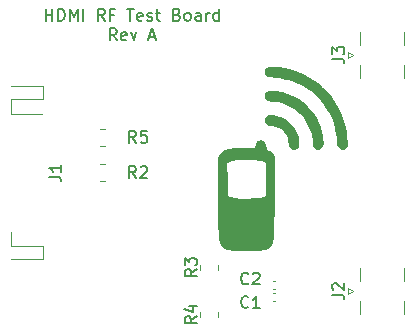
<source format=gbr>
%TF.GenerationSoftware,KiCad,Pcbnew,5.1.10-1.fc33*%
%TF.CreationDate,2021-08-29T16:43:16-05:00*%
%TF.ProjectId,serdes-rf-hdmi,73657264-6573-42d7-9266-2d68646d692e,A*%
%TF.SameCoordinates,Original*%
%TF.FileFunction,Legend,Top*%
%TF.FilePolarity,Positive*%
%FSLAX46Y46*%
G04 Gerber Fmt 4.6, Leading zero omitted, Abs format (unit mm)*
G04 Created by KiCad (PCBNEW 5.1.10-1.fc33) date 2021-08-29 16:43:16*
%MOMM*%
%LPD*%
G01*
G04 APERTURE LIST*
%ADD10C,0.150000*%
%ADD11C,0.010000*%
%ADD12C,0.120000*%
G04 APERTURE END LIST*
D10*
X121666666Y-72127380D02*
X121666666Y-71127380D01*
X121666666Y-71603571D02*
X122238095Y-71603571D01*
X122238095Y-72127380D02*
X122238095Y-71127380D01*
X122714285Y-72127380D02*
X122714285Y-71127380D01*
X122952380Y-71127380D01*
X123095238Y-71175000D01*
X123190476Y-71270238D01*
X123238095Y-71365476D01*
X123285714Y-71555952D01*
X123285714Y-71698809D01*
X123238095Y-71889285D01*
X123190476Y-71984523D01*
X123095238Y-72079761D01*
X122952380Y-72127380D01*
X122714285Y-72127380D01*
X123714285Y-72127380D02*
X123714285Y-71127380D01*
X124047619Y-71841666D01*
X124380952Y-71127380D01*
X124380952Y-72127380D01*
X124857142Y-72127380D02*
X124857142Y-71127380D01*
X126666666Y-72127380D02*
X126333333Y-71651190D01*
X126095238Y-72127380D02*
X126095238Y-71127380D01*
X126476190Y-71127380D01*
X126571428Y-71175000D01*
X126619047Y-71222619D01*
X126666666Y-71317857D01*
X126666666Y-71460714D01*
X126619047Y-71555952D01*
X126571428Y-71603571D01*
X126476190Y-71651190D01*
X126095238Y-71651190D01*
X127428571Y-71603571D02*
X127095238Y-71603571D01*
X127095238Y-72127380D02*
X127095238Y-71127380D01*
X127571428Y-71127380D01*
X128571428Y-71127380D02*
X129142857Y-71127380D01*
X128857142Y-72127380D02*
X128857142Y-71127380D01*
X129857142Y-72079761D02*
X129761904Y-72127380D01*
X129571428Y-72127380D01*
X129476190Y-72079761D01*
X129428571Y-71984523D01*
X129428571Y-71603571D01*
X129476190Y-71508333D01*
X129571428Y-71460714D01*
X129761904Y-71460714D01*
X129857142Y-71508333D01*
X129904761Y-71603571D01*
X129904761Y-71698809D01*
X129428571Y-71794047D01*
X130285714Y-72079761D02*
X130380952Y-72127380D01*
X130571428Y-72127380D01*
X130666666Y-72079761D01*
X130714285Y-71984523D01*
X130714285Y-71936904D01*
X130666666Y-71841666D01*
X130571428Y-71794047D01*
X130428571Y-71794047D01*
X130333333Y-71746428D01*
X130285714Y-71651190D01*
X130285714Y-71603571D01*
X130333333Y-71508333D01*
X130428571Y-71460714D01*
X130571428Y-71460714D01*
X130666666Y-71508333D01*
X131000000Y-71460714D02*
X131380952Y-71460714D01*
X131142857Y-71127380D02*
X131142857Y-71984523D01*
X131190476Y-72079761D01*
X131285714Y-72127380D01*
X131380952Y-72127380D01*
X132809523Y-71603571D02*
X132952380Y-71651190D01*
X133000000Y-71698809D01*
X133047619Y-71794047D01*
X133047619Y-71936904D01*
X133000000Y-72032142D01*
X132952380Y-72079761D01*
X132857142Y-72127380D01*
X132476190Y-72127380D01*
X132476190Y-71127380D01*
X132809523Y-71127380D01*
X132904761Y-71175000D01*
X132952380Y-71222619D01*
X133000000Y-71317857D01*
X133000000Y-71413095D01*
X132952380Y-71508333D01*
X132904761Y-71555952D01*
X132809523Y-71603571D01*
X132476190Y-71603571D01*
X133619047Y-72127380D02*
X133523809Y-72079761D01*
X133476190Y-72032142D01*
X133428571Y-71936904D01*
X133428571Y-71651190D01*
X133476190Y-71555952D01*
X133523809Y-71508333D01*
X133619047Y-71460714D01*
X133761904Y-71460714D01*
X133857142Y-71508333D01*
X133904761Y-71555952D01*
X133952380Y-71651190D01*
X133952380Y-71936904D01*
X133904761Y-72032142D01*
X133857142Y-72079761D01*
X133761904Y-72127380D01*
X133619047Y-72127380D01*
X134809523Y-72127380D02*
X134809523Y-71603571D01*
X134761904Y-71508333D01*
X134666666Y-71460714D01*
X134476190Y-71460714D01*
X134380952Y-71508333D01*
X134809523Y-72079761D02*
X134714285Y-72127380D01*
X134476190Y-72127380D01*
X134380952Y-72079761D01*
X134333333Y-71984523D01*
X134333333Y-71889285D01*
X134380952Y-71794047D01*
X134476190Y-71746428D01*
X134714285Y-71746428D01*
X134809523Y-71698809D01*
X135285714Y-72127380D02*
X135285714Y-71460714D01*
X135285714Y-71651190D02*
X135333333Y-71555952D01*
X135380952Y-71508333D01*
X135476190Y-71460714D01*
X135571428Y-71460714D01*
X136333333Y-72127380D02*
X136333333Y-71127380D01*
X136333333Y-72079761D02*
X136238095Y-72127380D01*
X136047619Y-72127380D01*
X135952380Y-72079761D01*
X135904761Y-72032142D01*
X135857142Y-71936904D01*
X135857142Y-71651190D01*
X135904761Y-71555952D01*
X135952380Y-71508333D01*
X136047619Y-71460714D01*
X136238095Y-71460714D01*
X136333333Y-71508333D01*
X127690476Y-73777380D02*
X127357142Y-73301190D01*
X127119047Y-73777380D02*
X127119047Y-72777380D01*
X127500000Y-72777380D01*
X127595238Y-72825000D01*
X127642857Y-72872619D01*
X127690476Y-72967857D01*
X127690476Y-73110714D01*
X127642857Y-73205952D01*
X127595238Y-73253571D01*
X127500000Y-73301190D01*
X127119047Y-73301190D01*
X128500000Y-73729761D02*
X128404761Y-73777380D01*
X128214285Y-73777380D01*
X128119047Y-73729761D01*
X128071428Y-73634523D01*
X128071428Y-73253571D01*
X128119047Y-73158333D01*
X128214285Y-73110714D01*
X128404761Y-73110714D01*
X128500000Y-73158333D01*
X128547619Y-73253571D01*
X128547619Y-73348809D01*
X128071428Y-73444047D01*
X128880952Y-73110714D02*
X129119047Y-73777380D01*
X129357142Y-73110714D01*
X130452380Y-73491666D02*
X130928571Y-73491666D01*
X130357142Y-73777380D02*
X130690476Y-72777380D01*
X131023809Y-73777380D01*
D11*
%TO.C,G1*%
G36*
X139979566Y-82287021D02*
G01*
X140072770Y-82328817D01*
X140141089Y-82390670D01*
X140151669Y-82406759D01*
X140170656Y-82449199D01*
X140197550Y-82522430D01*
X140228887Y-82616467D01*
X140261206Y-82721322D01*
X140263765Y-82730000D01*
X140299540Y-82848089D01*
X140330336Y-82933725D01*
X140362268Y-82995308D01*
X140401450Y-83041238D01*
X140453997Y-83079918D01*
X140526022Y-83119747D01*
X140560041Y-83137067D01*
X140726866Y-83239732D01*
X140859432Y-83361063D01*
X140955645Y-83498590D01*
X141013410Y-83649840D01*
X141019760Y-83679367D01*
X141024182Y-83726113D01*
X141027584Y-83812296D01*
X141030014Y-83935034D01*
X141031519Y-84091443D01*
X141032144Y-84278643D01*
X141031938Y-84493749D01*
X141030946Y-84733878D01*
X141029217Y-84996150D01*
X141026796Y-85277680D01*
X141023731Y-85575586D01*
X141020069Y-85886986D01*
X141015856Y-86208996D01*
X141011139Y-86538735D01*
X141005966Y-86873319D01*
X141000383Y-87209866D01*
X140994437Y-87545493D01*
X140988175Y-87877318D01*
X140981645Y-88202458D01*
X140974891Y-88518031D01*
X140967963Y-88821153D01*
X140960906Y-89108942D01*
X140953768Y-89378515D01*
X140946595Y-89626990D01*
X140939435Y-89851484D01*
X140932334Y-90049115D01*
X140925339Y-90217000D01*
X140918497Y-90352256D01*
X140911855Y-90452000D01*
X140909054Y-90483431D01*
X140877381Y-90715727D01*
X140830549Y-90911384D01*
X140765333Y-91073513D01*
X140678509Y-91205221D01*
X140566851Y-91309620D01*
X140427134Y-91389818D01*
X140256132Y-91448925D01*
X140050621Y-91490051D01*
X139840477Y-91513687D01*
X139759607Y-91518357D01*
X139642220Y-91522317D01*
X139494123Y-91525570D01*
X139321126Y-91528119D01*
X139129038Y-91529965D01*
X138923668Y-91531111D01*
X138710825Y-91531559D01*
X138496318Y-91531313D01*
X138285956Y-91530375D01*
X138085547Y-91528747D01*
X137900902Y-91526432D01*
X137737829Y-91523432D01*
X137602137Y-91519750D01*
X137499636Y-91515388D01*
X137458968Y-91512655D01*
X137214698Y-91481965D01*
X137006721Y-91432742D01*
X136832716Y-91363808D01*
X136690361Y-91273981D01*
X136577336Y-91162083D01*
X136491320Y-91026933D01*
X136487255Y-91018654D01*
X136447280Y-90917169D01*
X136408932Y-90785200D01*
X136375055Y-90634580D01*
X136348496Y-90477142D01*
X136339213Y-90402917D01*
X136333355Y-90328170D01*
X136327655Y-90214365D01*
X136322144Y-90064777D01*
X136316854Y-89882681D01*
X136311818Y-89671352D01*
X136307066Y-89434066D01*
X136302631Y-89174096D01*
X136298544Y-88894720D01*
X136294838Y-88599211D01*
X136291543Y-88290844D01*
X136288691Y-87972896D01*
X136286315Y-87648640D01*
X136284445Y-87321352D01*
X136283115Y-86994306D01*
X136282354Y-86670779D01*
X136282196Y-86354046D01*
X136282672Y-86047380D01*
X136283814Y-85754058D01*
X136285652Y-85477354D01*
X136288220Y-85220543D01*
X136288653Y-85185334D01*
X136301316Y-84179917D01*
X136987983Y-84179917D01*
X137002871Y-85502834D01*
X137006028Y-85775254D01*
X137008978Y-86008560D01*
X137011840Y-86205969D01*
X137014731Y-86370700D01*
X137017767Y-86505970D01*
X137021065Y-86614997D01*
X137024743Y-86701000D01*
X137028918Y-86767195D01*
X137033706Y-86816800D01*
X137039224Y-86853034D01*
X137045590Y-86879115D01*
X137052921Y-86898260D01*
X137053672Y-86899834D01*
X137109499Y-86969894D01*
X137204811Y-87030695D01*
X137340042Y-87082382D01*
X137515628Y-87125104D01*
X137732002Y-87159007D01*
X137862167Y-87173334D01*
X137960792Y-87180059D01*
X138092056Y-87184823D01*
X138249187Y-87187725D01*
X138425411Y-87188865D01*
X138613955Y-87188345D01*
X138808049Y-87186263D01*
X139000918Y-87182720D01*
X139185790Y-87177817D01*
X139355893Y-87171654D01*
X139504454Y-87164330D01*
X139624701Y-87155947D01*
X139709861Y-87146604D01*
X139714250Y-87145929D01*
X139815030Y-87129015D01*
X139909784Y-87111324D01*
X139984311Y-87095585D01*
X140010584Y-87089014D01*
X140102144Y-87055699D01*
X140187294Y-87011028D01*
X140254976Y-86961932D01*
X140294137Y-86915343D01*
X140296601Y-86909713D01*
X140301422Y-86876616D01*
X140306065Y-86806023D01*
X140310492Y-86702335D01*
X140314665Y-86569953D01*
X140318546Y-86413279D01*
X140322098Y-86236716D01*
X140325283Y-86044663D01*
X140328062Y-85841524D01*
X140330399Y-85631699D01*
X140332255Y-85419590D01*
X140333593Y-85209599D01*
X140334374Y-85006127D01*
X140334561Y-84813576D01*
X140334116Y-84636348D01*
X140333001Y-84478844D01*
X140331179Y-84345466D01*
X140328611Y-84240615D01*
X140325260Y-84168692D01*
X140321088Y-84134101D01*
X140320462Y-84132535D01*
X140279152Y-84086152D01*
X140208189Y-84036143D01*
X140119000Y-83989110D01*
X140023011Y-83951652D01*
X139991374Y-83942408D01*
X139844151Y-83911279D01*
X139661752Y-83885290D01*
X139451033Y-83864543D01*
X139218851Y-83849141D01*
X138972062Y-83839187D01*
X138717522Y-83834782D01*
X138462089Y-83836031D01*
X138212617Y-83843034D01*
X137975964Y-83855895D01*
X137758987Y-83874717D01*
X137568541Y-83899602D01*
X137532527Y-83905613D01*
X137371862Y-83942184D01*
X137232196Y-83991014D01*
X137120567Y-84049102D01*
X137044011Y-84113444D01*
X137043190Y-84114413D01*
X136987983Y-84179917D01*
X136301316Y-84179917D01*
X136307982Y-83650750D01*
X136359180Y-83544917D01*
X136442949Y-83414030D01*
X136561134Y-83290504D01*
X136705818Y-83181641D01*
X136825838Y-83114549D01*
X136938095Y-83065240D01*
X137057961Y-83023224D01*
X137189530Y-82987979D01*
X137336893Y-82958981D01*
X137504145Y-82935706D01*
X137695379Y-82917633D01*
X137914688Y-82904237D01*
X138166165Y-82894996D01*
X138453904Y-82889387D01*
X138599437Y-82887883D01*
X138775433Y-82886296D01*
X138937586Y-82884474D01*
X139081144Y-82882498D01*
X139201357Y-82880448D01*
X139293476Y-82878407D01*
X139352750Y-82876454D01*
X139374426Y-82874675D01*
X139383097Y-82852877D01*
X139401859Y-82799507D01*
X139427710Y-82723250D01*
X139450058Y-82655917D01*
X139490254Y-82538270D01*
X139523925Y-82453779D01*
X139555745Y-82394777D01*
X139590390Y-82353595D01*
X139632534Y-82322565D01*
X139663724Y-82305448D01*
X139763734Y-82272988D01*
X139872784Y-82267628D01*
X139979566Y-82287021D01*
G37*
X139979566Y-82287021D02*
X140072770Y-82328817D01*
X140141089Y-82390670D01*
X140151669Y-82406759D01*
X140170656Y-82449199D01*
X140197550Y-82522430D01*
X140228887Y-82616467D01*
X140261206Y-82721322D01*
X140263765Y-82730000D01*
X140299540Y-82848089D01*
X140330336Y-82933725D01*
X140362268Y-82995308D01*
X140401450Y-83041238D01*
X140453997Y-83079918D01*
X140526022Y-83119747D01*
X140560041Y-83137067D01*
X140726866Y-83239732D01*
X140859432Y-83361063D01*
X140955645Y-83498590D01*
X141013410Y-83649840D01*
X141019760Y-83679367D01*
X141024182Y-83726113D01*
X141027584Y-83812296D01*
X141030014Y-83935034D01*
X141031519Y-84091443D01*
X141032144Y-84278643D01*
X141031938Y-84493749D01*
X141030946Y-84733878D01*
X141029217Y-84996150D01*
X141026796Y-85277680D01*
X141023731Y-85575586D01*
X141020069Y-85886986D01*
X141015856Y-86208996D01*
X141011139Y-86538735D01*
X141005966Y-86873319D01*
X141000383Y-87209866D01*
X140994437Y-87545493D01*
X140988175Y-87877318D01*
X140981645Y-88202458D01*
X140974891Y-88518031D01*
X140967963Y-88821153D01*
X140960906Y-89108942D01*
X140953768Y-89378515D01*
X140946595Y-89626990D01*
X140939435Y-89851484D01*
X140932334Y-90049115D01*
X140925339Y-90217000D01*
X140918497Y-90352256D01*
X140911855Y-90452000D01*
X140909054Y-90483431D01*
X140877381Y-90715727D01*
X140830549Y-90911384D01*
X140765333Y-91073513D01*
X140678509Y-91205221D01*
X140566851Y-91309620D01*
X140427134Y-91389818D01*
X140256132Y-91448925D01*
X140050621Y-91490051D01*
X139840477Y-91513687D01*
X139759607Y-91518357D01*
X139642220Y-91522317D01*
X139494123Y-91525570D01*
X139321126Y-91528119D01*
X139129038Y-91529965D01*
X138923668Y-91531111D01*
X138710825Y-91531559D01*
X138496318Y-91531313D01*
X138285956Y-91530375D01*
X138085547Y-91528747D01*
X137900902Y-91526432D01*
X137737829Y-91523432D01*
X137602137Y-91519750D01*
X137499636Y-91515388D01*
X137458968Y-91512655D01*
X137214698Y-91481965D01*
X137006721Y-91432742D01*
X136832716Y-91363808D01*
X136690361Y-91273981D01*
X136577336Y-91162083D01*
X136491320Y-91026933D01*
X136487255Y-91018654D01*
X136447280Y-90917169D01*
X136408932Y-90785200D01*
X136375055Y-90634580D01*
X136348496Y-90477142D01*
X136339213Y-90402917D01*
X136333355Y-90328170D01*
X136327655Y-90214365D01*
X136322144Y-90064777D01*
X136316854Y-89882681D01*
X136311818Y-89671352D01*
X136307066Y-89434066D01*
X136302631Y-89174096D01*
X136298544Y-88894720D01*
X136294838Y-88599211D01*
X136291543Y-88290844D01*
X136288691Y-87972896D01*
X136286315Y-87648640D01*
X136284445Y-87321352D01*
X136283115Y-86994306D01*
X136282354Y-86670779D01*
X136282196Y-86354046D01*
X136282672Y-86047380D01*
X136283814Y-85754058D01*
X136285652Y-85477354D01*
X136288220Y-85220543D01*
X136288653Y-85185334D01*
X136301316Y-84179917D01*
X136987983Y-84179917D01*
X137002871Y-85502834D01*
X137006028Y-85775254D01*
X137008978Y-86008560D01*
X137011840Y-86205969D01*
X137014731Y-86370700D01*
X137017767Y-86505970D01*
X137021065Y-86614997D01*
X137024743Y-86701000D01*
X137028918Y-86767195D01*
X137033706Y-86816800D01*
X137039224Y-86853034D01*
X137045590Y-86879115D01*
X137052921Y-86898260D01*
X137053672Y-86899834D01*
X137109499Y-86969894D01*
X137204811Y-87030695D01*
X137340042Y-87082382D01*
X137515628Y-87125104D01*
X137732002Y-87159007D01*
X137862167Y-87173334D01*
X137960792Y-87180059D01*
X138092056Y-87184823D01*
X138249187Y-87187725D01*
X138425411Y-87188865D01*
X138613955Y-87188345D01*
X138808049Y-87186263D01*
X139000918Y-87182720D01*
X139185790Y-87177817D01*
X139355893Y-87171654D01*
X139504454Y-87164330D01*
X139624701Y-87155947D01*
X139709861Y-87146604D01*
X139714250Y-87145929D01*
X139815030Y-87129015D01*
X139909784Y-87111324D01*
X139984311Y-87095585D01*
X140010584Y-87089014D01*
X140102144Y-87055699D01*
X140187294Y-87011028D01*
X140254976Y-86961932D01*
X140294137Y-86915343D01*
X140296601Y-86909713D01*
X140301422Y-86876616D01*
X140306065Y-86806023D01*
X140310492Y-86702335D01*
X140314665Y-86569953D01*
X140318546Y-86413279D01*
X140322098Y-86236716D01*
X140325283Y-86044663D01*
X140328062Y-85841524D01*
X140330399Y-85631699D01*
X140332255Y-85419590D01*
X140333593Y-85209599D01*
X140334374Y-85006127D01*
X140334561Y-84813576D01*
X140334116Y-84636348D01*
X140333001Y-84478844D01*
X140331179Y-84345466D01*
X140328611Y-84240615D01*
X140325260Y-84168692D01*
X140321088Y-84134101D01*
X140320462Y-84132535D01*
X140279152Y-84086152D01*
X140208189Y-84036143D01*
X140119000Y-83989110D01*
X140023011Y-83951652D01*
X139991374Y-83942408D01*
X139844151Y-83911279D01*
X139661752Y-83885290D01*
X139451033Y-83864543D01*
X139218851Y-83849141D01*
X138972062Y-83839187D01*
X138717522Y-83834782D01*
X138462089Y-83836031D01*
X138212617Y-83843034D01*
X137975964Y-83855895D01*
X137758987Y-83874717D01*
X137568541Y-83899602D01*
X137532527Y-83905613D01*
X137371862Y-83942184D01*
X137232196Y-83991014D01*
X137120567Y-84049102D01*
X137044011Y-84113444D01*
X137043190Y-84114413D01*
X136987983Y-84179917D01*
X136301316Y-84179917D01*
X136307982Y-83650750D01*
X136359180Y-83544917D01*
X136442949Y-83414030D01*
X136561134Y-83290504D01*
X136705818Y-83181641D01*
X136825838Y-83114549D01*
X136938095Y-83065240D01*
X137057961Y-83023224D01*
X137189530Y-82987979D01*
X137336893Y-82958981D01*
X137504145Y-82935706D01*
X137695379Y-82917633D01*
X137914688Y-82904237D01*
X138166165Y-82894996D01*
X138453904Y-82889387D01*
X138599437Y-82887883D01*
X138775433Y-82886296D01*
X138937586Y-82884474D01*
X139081144Y-82882498D01*
X139201357Y-82880448D01*
X139293476Y-82878407D01*
X139352750Y-82876454D01*
X139374426Y-82874675D01*
X139383097Y-82852877D01*
X139401859Y-82799507D01*
X139427710Y-82723250D01*
X139450058Y-82655917D01*
X139490254Y-82538270D01*
X139523925Y-82453779D01*
X139555745Y-82394777D01*
X139590390Y-82353595D01*
X139632534Y-82322565D01*
X139663724Y-82305448D01*
X139763734Y-82272988D01*
X139872784Y-82267628D01*
X139979566Y-82287021D01*
G36*
X140794979Y-80126671D02*
G01*
X140836084Y-80129604D01*
X141152095Y-80174581D01*
X141455115Y-80259528D01*
X141743249Y-80383565D01*
X142014606Y-80545811D01*
X142267292Y-80745384D01*
X142371898Y-80844621D01*
X142587208Y-81088287D01*
X142764012Y-81349524D01*
X142902443Y-81628605D01*
X143002634Y-81925803D01*
X143064716Y-82241391D01*
X143070076Y-82284480D01*
X143083837Y-82460852D01*
X143079539Y-82602951D01*
X143056791Y-82714973D01*
X143022826Y-82789400D01*
X142945099Y-82877256D01*
X142842161Y-82939395D01*
X142725524Y-82971169D01*
X142606696Y-82967929D01*
X142589915Y-82964264D01*
X142490434Y-82930020D01*
X142412583Y-82878486D01*
X142353039Y-82804468D01*
X142308480Y-82702776D01*
X142275583Y-82568219D01*
X142256682Y-82443535D01*
X142239926Y-82329302D01*
X142219179Y-82216410D01*
X142197342Y-82119441D01*
X142181077Y-82063250D01*
X142075491Y-81819386D01*
X141937136Y-81600154D01*
X141769106Y-81408036D01*
X141574498Y-81245513D01*
X141356405Y-81115065D01*
X141117923Y-81019175D01*
X140862146Y-80960323D01*
X140794394Y-80951526D01*
X140700613Y-80940630D01*
X140615814Y-80929736D01*
X140553981Y-80920676D01*
X140539750Y-80918160D01*
X140428851Y-80877271D01*
X140340725Y-80806993D01*
X140277494Y-80714894D01*
X140241282Y-80608541D01*
X140234212Y-80495501D01*
X140258408Y-80383341D01*
X140315994Y-80279629D01*
X140349810Y-80241243D01*
X140413006Y-80186803D01*
X140480423Y-80150122D01*
X140560759Y-80129205D01*
X140662711Y-80122053D01*
X140794979Y-80126671D01*
G37*
X140794979Y-80126671D02*
X140836084Y-80129604D01*
X141152095Y-80174581D01*
X141455115Y-80259528D01*
X141743249Y-80383565D01*
X142014606Y-80545811D01*
X142267292Y-80745384D01*
X142371898Y-80844621D01*
X142587208Y-81088287D01*
X142764012Y-81349524D01*
X142902443Y-81628605D01*
X143002634Y-81925803D01*
X143064716Y-82241391D01*
X143070076Y-82284480D01*
X143083837Y-82460852D01*
X143079539Y-82602951D01*
X143056791Y-82714973D01*
X143022826Y-82789400D01*
X142945099Y-82877256D01*
X142842161Y-82939395D01*
X142725524Y-82971169D01*
X142606696Y-82967929D01*
X142589915Y-82964264D01*
X142490434Y-82930020D01*
X142412583Y-82878486D01*
X142353039Y-82804468D01*
X142308480Y-82702776D01*
X142275583Y-82568219D01*
X142256682Y-82443535D01*
X142239926Y-82329302D01*
X142219179Y-82216410D01*
X142197342Y-82119441D01*
X142181077Y-82063250D01*
X142075491Y-81819386D01*
X141937136Y-81600154D01*
X141769106Y-81408036D01*
X141574498Y-81245513D01*
X141356405Y-81115065D01*
X141117923Y-81019175D01*
X140862146Y-80960323D01*
X140794394Y-80951526D01*
X140700613Y-80940630D01*
X140615814Y-80929736D01*
X140553981Y-80920676D01*
X140539750Y-80918160D01*
X140428851Y-80877271D01*
X140340725Y-80806993D01*
X140277494Y-80714894D01*
X140241282Y-80608541D01*
X140234212Y-80495501D01*
X140258408Y-80383341D01*
X140315994Y-80279629D01*
X140349810Y-80241243D01*
X140413006Y-80186803D01*
X140480423Y-80150122D01*
X140560759Y-80129205D01*
X140662711Y-80122053D01*
X140794979Y-80126671D01*
G36*
X140875956Y-78076599D02*
G01*
X141052938Y-78088621D01*
X141242751Y-78110448D01*
X141439801Y-78141779D01*
X141638494Y-78182317D01*
X141725084Y-78203014D01*
X142143783Y-78329209D01*
X142543426Y-78492638D01*
X142922303Y-78691918D01*
X143278704Y-78925666D01*
X143610919Y-79192501D01*
X143917237Y-79491040D01*
X144195948Y-79819899D01*
X144445343Y-80177697D01*
X144663710Y-80563051D01*
X144677062Y-80589566D01*
X144811550Y-80893569D01*
X144925820Y-81223012D01*
X145017011Y-81566316D01*
X145082263Y-81911899D01*
X145118715Y-82248181D01*
X145125154Y-82403606D01*
X145126264Y-82516104D01*
X145124163Y-82596620D01*
X145117588Y-82655460D01*
X145105273Y-82702931D01*
X145085954Y-82749338D01*
X145081599Y-82758447D01*
X145014110Y-82852037D01*
X144918908Y-82922235D01*
X144806199Y-82964468D01*
X144686190Y-82974166D01*
X144622053Y-82964292D01*
X144518570Y-82919200D01*
X144426726Y-82842280D01*
X144380461Y-82781236D01*
X144360926Y-82742853D01*
X144345279Y-82693692D01*
X144332078Y-82626140D01*
X144319882Y-82532586D01*
X144307249Y-82405415D01*
X144305386Y-82384740D01*
X144289818Y-82218881D01*
X144275127Y-82084800D01*
X144259689Y-81972016D01*
X144241880Y-81870047D01*
X144220076Y-81768414D01*
X144192653Y-81656633D01*
X144192448Y-81655833D01*
X144076867Y-81287605D01*
X143924222Y-80936826D01*
X143736959Y-80605824D01*
X143517527Y-80296925D01*
X143268372Y-80012455D01*
X142991943Y-79754740D01*
X142690687Y-79526107D01*
X142367051Y-79328883D01*
X142023483Y-79165393D01*
X141662431Y-79037964D01*
X141359136Y-78962837D01*
X141247553Y-78943309D01*
X141112096Y-78924097D01*
X140971176Y-78907614D01*
X140861720Y-78897618D01*
X140714710Y-78885170D01*
X140602813Y-78871919D01*
X140518822Y-78855946D01*
X140455531Y-78835335D01*
X140405733Y-78808168D01*
X140362221Y-78772528D01*
X140351202Y-78761791D01*
X140277425Y-78663142D01*
X140240836Y-78549516D01*
X140239226Y-78419682D01*
X140268702Y-78298275D01*
X140332015Y-78199230D01*
X140408193Y-78132542D01*
X140477922Y-78102353D01*
X140582854Y-78083166D01*
X140717396Y-78074681D01*
X140875956Y-78076599D01*
G37*
X140875956Y-78076599D02*
X141052938Y-78088621D01*
X141242751Y-78110448D01*
X141439801Y-78141779D01*
X141638494Y-78182317D01*
X141725084Y-78203014D01*
X142143783Y-78329209D01*
X142543426Y-78492638D01*
X142922303Y-78691918D01*
X143278704Y-78925666D01*
X143610919Y-79192501D01*
X143917237Y-79491040D01*
X144195948Y-79819899D01*
X144445343Y-80177697D01*
X144663710Y-80563051D01*
X144677062Y-80589566D01*
X144811550Y-80893569D01*
X144925820Y-81223012D01*
X145017011Y-81566316D01*
X145082263Y-81911899D01*
X145118715Y-82248181D01*
X145125154Y-82403606D01*
X145126264Y-82516104D01*
X145124163Y-82596620D01*
X145117588Y-82655460D01*
X145105273Y-82702931D01*
X145085954Y-82749338D01*
X145081599Y-82758447D01*
X145014110Y-82852037D01*
X144918908Y-82922235D01*
X144806199Y-82964468D01*
X144686190Y-82974166D01*
X144622053Y-82964292D01*
X144518570Y-82919200D01*
X144426726Y-82842280D01*
X144380461Y-82781236D01*
X144360926Y-82742853D01*
X144345279Y-82693692D01*
X144332078Y-82626140D01*
X144319882Y-82532586D01*
X144307249Y-82405415D01*
X144305386Y-82384740D01*
X144289818Y-82218881D01*
X144275127Y-82084800D01*
X144259689Y-81972016D01*
X144241880Y-81870047D01*
X144220076Y-81768414D01*
X144192653Y-81656633D01*
X144192448Y-81655833D01*
X144076867Y-81287605D01*
X143924222Y-80936826D01*
X143736959Y-80605824D01*
X143517527Y-80296925D01*
X143268372Y-80012455D01*
X142991943Y-79754740D01*
X142690687Y-79526107D01*
X142367051Y-79328883D01*
X142023483Y-79165393D01*
X141662431Y-79037964D01*
X141359136Y-78962837D01*
X141247553Y-78943309D01*
X141112096Y-78924097D01*
X140971176Y-78907614D01*
X140861720Y-78897618D01*
X140714710Y-78885170D01*
X140602813Y-78871919D01*
X140518822Y-78855946D01*
X140455531Y-78835335D01*
X140405733Y-78808168D01*
X140362221Y-78772528D01*
X140351202Y-78761791D01*
X140277425Y-78663142D01*
X140240836Y-78549516D01*
X140239226Y-78419682D01*
X140268702Y-78298275D01*
X140332015Y-78199230D01*
X140408193Y-78132542D01*
X140477922Y-78102353D01*
X140582854Y-78083166D01*
X140717396Y-78074681D01*
X140875956Y-78076599D01*
G36*
X140855647Y-76035669D02*
G01*
X141343042Y-76063230D01*
X141829713Y-76131866D01*
X142312689Y-76240380D01*
X142788997Y-76387571D01*
X143255667Y-76572243D01*
X143709727Y-76793196D01*
X144148203Y-77049232D01*
X144568126Y-77339152D01*
X144966522Y-77661760D01*
X145031907Y-77719778D01*
X145387096Y-78066165D01*
X145714402Y-78440217D01*
X146012336Y-78838707D01*
X146279406Y-79258405D01*
X146514122Y-79696084D01*
X146714993Y-80148514D01*
X146880529Y-80612467D01*
X147009238Y-81084714D01*
X147099631Y-81562028D01*
X147150216Y-82041179D01*
X147160868Y-82330909D01*
X147164917Y-82725567D01*
X147099173Y-82807159D01*
X147000314Y-82900669D01*
X146886598Y-82957581D01*
X146763750Y-82975773D01*
X146675219Y-82964292D01*
X146574128Y-82921021D01*
X146483322Y-82848853D01*
X146414495Y-82758923D01*
X146384638Y-82687667D01*
X146378547Y-82648858D01*
X146370989Y-82576393D01*
X146362722Y-82478893D01*
X146354506Y-82364977D01*
X146350141Y-82296084D01*
X146339724Y-82152364D01*
X146325509Y-81996807D01*
X146309200Y-81846192D01*
X146292503Y-81717296D01*
X146288840Y-81692834D01*
X146194346Y-81216993D01*
X146061444Y-80756222D01*
X145891901Y-80312280D01*
X145687484Y-79886923D01*
X145449959Y-79481907D01*
X145181093Y-79098991D01*
X144882653Y-78739931D01*
X144556405Y-78406485D01*
X144204117Y-78100408D01*
X143827556Y-77823460D01*
X143428487Y-77577396D01*
X143008678Y-77363974D01*
X142569895Y-77184950D01*
X142113905Y-77042083D01*
X141642476Y-76937129D01*
X141480302Y-76910589D01*
X141349159Y-76893254D01*
X141193835Y-76876121D01*
X141032451Y-76861011D01*
X140883129Y-76849747D01*
X140862616Y-76848485D01*
X140711504Y-76837909D01*
X140595461Y-76824894D01*
X140507223Y-76807086D01*
X140439524Y-76782132D01*
X140385100Y-76747676D01*
X140336687Y-76701366D01*
X140309372Y-76669227D01*
X140268604Y-76608521D01*
X140246519Y-76542854D01*
X140236994Y-76465521D01*
X140245096Y-76329278D01*
X140290229Y-76213051D01*
X140371960Y-76117793D01*
X140406600Y-76091321D01*
X140494211Y-76030750D01*
X140855647Y-76035669D01*
G37*
X140855647Y-76035669D02*
X141343042Y-76063230D01*
X141829713Y-76131866D01*
X142312689Y-76240380D01*
X142788997Y-76387571D01*
X143255667Y-76572243D01*
X143709727Y-76793196D01*
X144148203Y-77049232D01*
X144568126Y-77339152D01*
X144966522Y-77661760D01*
X145031907Y-77719778D01*
X145387096Y-78066165D01*
X145714402Y-78440217D01*
X146012336Y-78838707D01*
X146279406Y-79258405D01*
X146514122Y-79696084D01*
X146714993Y-80148514D01*
X146880529Y-80612467D01*
X147009238Y-81084714D01*
X147099631Y-81562028D01*
X147150216Y-82041179D01*
X147160868Y-82330909D01*
X147164917Y-82725567D01*
X147099173Y-82807159D01*
X147000314Y-82900669D01*
X146886598Y-82957581D01*
X146763750Y-82975773D01*
X146675219Y-82964292D01*
X146574128Y-82921021D01*
X146483322Y-82848853D01*
X146414495Y-82758923D01*
X146384638Y-82687667D01*
X146378547Y-82648858D01*
X146370989Y-82576393D01*
X146362722Y-82478893D01*
X146354506Y-82364977D01*
X146350141Y-82296084D01*
X146339724Y-82152364D01*
X146325509Y-81996807D01*
X146309200Y-81846192D01*
X146292503Y-81717296D01*
X146288840Y-81692834D01*
X146194346Y-81216993D01*
X146061444Y-80756222D01*
X145891901Y-80312280D01*
X145687484Y-79886923D01*
X145449959Y-79481907D01*
X145181093Y-79098991D01*
X144882653Y-78739931D01*
X144556405Y-78406485D01*
X144204117Y-78100408D01*
X143827556Y-77823460D01*
X143428487Y-77577396D01*
X143008678Y-77363974D01*
X142569895Y-77184950D01*
X142113905Y-77042083D01*
X141642476Y-76937129D01*
X141480302Y-76910589D01*
X141349159Y-76893254D01*
X141193835Y-76876121D01*
X141032451Y-76861011D01*
X140883129Y-76849747D01*
X140862616Y-76848485D01*
X140711504Y-76837909D01*
X140595461Y-76824894D01*
X140507223Y-76807086D01*
X140439524Y-76782132D01*
X140385100Y-76747676D01*
X140336687Y-76701366D01*
X140309372Y-76669227D01*
X140268604Y-76608521D01*
X140246519Y-76542854D01*
X140236994Y-76465521D01*
X140245096Y-76329278D01*
X140290229Y-76213051D01*
X140371960Y-76117793D01*
X140406600Y-76091321D01*
X140494211Y-76030750D01*
X140855647Y-76035669D01*
D12*
%TO.C,R5*%
X126272936Y-82735000D02*
X126727064Y-82735000D01*
X126272936Y-81265000D02*
X126727064Y-81265000D01*
%TO.C,R4*%
X134765000Y-96772936D02*
X134765000Y-97227064D01*
X136235000Y-96772936D02*
X136235000Y-97227064D01*
%TO.C,R3*%
X136235000Y-93227064D02*
X136235000Y-92772936D01*
X134765000Y-93227064D02*
X134765000Y-92772936D01*
%TO.C,R2*%
X126272936Y-85735000D02*
X126727064Y-85735000D01*
X126272936Y-84265000D02*
X126727064Y-84265000D01*
%TO.C,J3*%
X148290000Y-74160000D02*
X148290000Y-73050000D01*
X148290000Y-76950000D02*
X148290000Y-75840000D01*
X152000000Y-74160000D02*
X152000000Y-73050000D01*
X152000000Y-76950000D02*
X152000000Y-75840000D01*
X147740000Y-75000000D02*
X147240000Y-74750000D01*
X147240000Y-74750000D02*
X147240000Y-75250000D01*
X147240000Y-75250000D02*
X147740000Y-75000000D01*
%TO.C,J2*%
X148290000Y-94160000D02*
X148290000Y-93050000D01*
X148290000Y-96950000D02*
X148290000Y-95840000D01*
X152000000Y-94160000D02*
X152000000Y-93050000D01*
X152000000Y-96950000D02*
X152000000Y-95840000D01*
X147740000Y-95000000D02*
X147240000Y-94750000D01*
X147240000Y-94750000D02*
X147240000Y-95250000D01*
X147240000Y-95250000D02*
X147740000Y-95000000D01*
%TO.C,J1*%
X118710000Y-78790000D02*
X118710000Y-79990000D01*
X121460000Y-78790000D02*
X118710000Y-78790000D01*
X121460000Y-92340000D02*
X121460000Y-91210000D01*
X118710000Y-77660000D02*
X121460000Y-77660000D01*
X118710000Y-92340000D02*
X121460000Y-92340000D01*
X121460000Y-77660000D02*
X121460000Y-78790000D01*
X121460000Y-91210000D02*
X118710000Y-91210000D01*
X118710000Y-91210000D02*
X118710000Y-90010000D01*
X118710000Y-79990000D02*
X121340000Y-79990000D01*
%TO.C,C2*%
X141107836Y-94140000D02*
X140892164Y-94140000D01*
X141107836Y-94860000D02*
X140892164Y-94860000D01*
%TO.C,C1*%
X141107836Y-95140000D02*
X140892164Y-95140000D01*
X141107836Y-95860000D02*
X140892164Y-95860000D01*
%TO.C,R5*%
D10*
X129333333Y-82452380D02*
X129000000Y-81976190D01*
X128761904Y-82452380D02*
X128761904Y-81452380D01*
X129142857Y-81452380D01*
X129238095Y-81500000D01*
X129285714Y-81547619D01*
X129333333Y-81642857D01*
X129333333Y-81785714D01*
X129285714Y-81880952D01*
X129238095Y-81928571D01*
X129142857Y-81976190D01*
X128761904Y-81976190D01*
X130238095Y-81452380D02*
X129761904Y-81452380D01*
X129714285Y-81928571D01*
X129761904Y-81880952D01*
X129857142Y-81833333D01*
X130095238Y-81833333D01*
X130190476Y-81880952D01*
X130238095Y-81928571D01*
X130285714Y-82023809D01*
X130285714Y-82261904D01*
X130238095Y-82357142D01*
X130190476Y-82404761D01*
X130095238Y-82452380D01*
X129857142Y-82452380D01*
X129761904Y-82404761D01*
X129714285Y-82357142D01*
%TO.C,R4*%
X134452380Y-97166666D02*
X133976190Y-97500000D01*
X134452380Y-97738095D02*
X133452380Y-97738095D01*
X133452380Y-97357142D01*
X133500000Y-97261904D01*
X133547619Y-97214285D01*
X133642857Y-97166666D01*
X133785714Y-97166666D01*
X133880952Y-97214285D01*
X133928571Y-97261904D01*
X133976190Y-97357142D01*
X133976190Y-97738095D01*
X133785714Y-96309523D02*
X134452380Y-96309523D01*
X133404761Y-96547619D02*
X134119047Y-96785714D01*
X134119047Y-96166666D01*
%TO.C,R3*%
X134452380Y-93166666D02*
X133976190Y-93500000D01*
X134452380Y-93738095D02*
X133452380Y-93738095D01*
X133452380Y-93357142D01*
X133500000Y-93261904D01*
X133547619Y-93214285D01*
X133642857Y-93166666D01*
X133785714Y-93166666D01*
X133880952Y-93214285D01*
X133928571Y-93261904D01*
X133976190Y-93357142D01*
X133976190Y-93738095D01*
X133452380Y-92833333D02*
X133452380Y-92214285D01*
X133833333Y-92547619D01*
X133833333Y-92404761D01*
X133880952Y-92309523D01*
X133928571Y-92261904D01*
X134023809Y-92214285D01*
X134261904Y-92214285D01*
X134357142Y-92261904D01*
X134404761Y-92309523D01*
X134452380Y-92404761D01*
X134452380Y-92690476D01*
X134404761Y-92785714D01*
X134357142Y-92833333D01*
%TO.C,R2*%
X129333333Y-85452380D02*
X129000000Y-84976190D01*
X128761904Y-85452380D02*
X128761904Y-84452380D01*
X129142857Y-84452380D01*
X129238095Y-84500000D01*
X129285714Y-84547619D01*
X129333333Y-84642857D01*
X129333333Y-84785714D01*
X129285714Y-84880952D01*
X129238095Y-84928571D01*
X129142857Y-84976190D01*
X128761904Y-84976190D01*
X129714285Y-84547619D02*
X129761904Y-84500000D01*
X129857142Y-84452380D01*
X130095238Y-84452380D01*
X130190476Y-84500000D01*
X130238095Y-84547619D01*
X130285714Y-84642857D01*
X130285714Y-84738095D01*
X130238095Y-84880952D01*
X129666666Y-85452380D01*
X130285714Y-85452380D01*
%TO.C,J3*%
X145952380Y-75333333D02*
X146666666Y-75333333D01*
X146809523Y-75380952D01*
X146904761Y-75476190D01*
X146952380Y-75619047D01*
X146952380Y-75714285D01*
X145952380Y-74952380D02*
X145952380Y-74333333D01*
X146333333Y-74666666D01*
X146333333Y-74523809D01*
X146380952Y-74428571D01*
X146428571Y-74380952D01*
X146523809Y-74333333D01*
X146761904Y-74333333D01*
X146857142Y-74380952D01*
X146904761Y-74428571D01*
X146952380Y-74523809D01*
X146952380Y-74809523D01*
X146904761Y-74904761D01*
X146857142Y-74952380D01*
%TO.C,J2*%
X145952380Y-95333333D02*
X146666666Y-95333333D01*
X146809523Y-95380952D01*
X146904761Y-95476190D01*
X146952380Y-95619047D01*
X146952380Y-95714285D01*
X146047619Y-94904761D02*
X146000000Y-94857142D01*
X145952380Y-94761904D01*
X145952380Y-94523809D01*
X146000000Y-94428571D01*
X146047619Y-94380952D01*
X146142857Y-94333333D01*
X146238095Y-94333333D01*
X146380952Y-94380952D01*
X146952380Y-94952380D01*
X146952380Y-94333333D01*
%TO.C,J1*%
X121982380Y-85323333D02*
X122696666Y-85323333D01*
X122839523Y-85370952D01*
X122934761Y-85466190D01*
X122982380Y-85609047D01*
X122982380Y-85704285D01*
X122982380Y-84323333D02*
X122982380Y-84894761D01*
X122982380Y-84609047D02*
X121982380Y-84609047D01*
X122125238Y-84704285D01*
X122220476Y-84799523D01*
X122268095Y-84894761D01*
%TO.C,C2*%
X138833333Y-94357142D02*
X138785714Y-94404761D01*
X138642857Y-94452380D01*
X138547619Y-94452380D01*
X138404761Y-94404761D01*
X138309523Y-94309523D01*
X138261904Y-94214285D01*
X138214285Y-94023809D01*
X138214285Y-93880952D01*
X138261904Y-93690476D01*
X138309523Y-93595238D01*
X138404761Y-93500000D01*
X138547619Y-93452380D01*
X138642857Y-93452380D01*
X138785714Y-93500000D01*
X138833333Y-93547619D01*
X139214285Y-93547619D02*
X139261904Y-93500000D01*
X139357142Y-93452380D01*
X139595238Y-93452380D01*
X139690476Y-93500000D01*
X139738095Y-93547619D01*
X139785714Y-93642857D01*
X139785714Y-93738095D01*
X139738095Y-93880952D01*
X139166666Y-94452380D01*
X139785714Y-94452380D01*
%TO.C,C1*%
X138833333Y-96357142D02*
X138785714Y-96404761D01*
X138642857Y-96452380D01*
X138547619Y-96452380D01*
X138404761Y-96404761D01*
X138309523Y-96309523D01*
X138261904Y-96214285D01*
X138214285Y-96023809D01*
X138214285Y-95880952D01*
X138261904Y-95690476D01*
X138309523Y-95595238D01*
X138404761Y-95500000D01*
X138547619Y-95452380D01*
X138642857Y-95452380D01*
X138785714Y-95500000D01*
X138833333Y-95547619D01*
X139785714Y-96452380D02*
X139214285Y-96452380D01*
X139500000Y-96452380D02*
X139500000Y-95452380D01*
X139404761Y-95595238D01*
X139309523Y-95690476D01*
X139214285Y-95738095D01*
%TD*%
M02*

</source>
